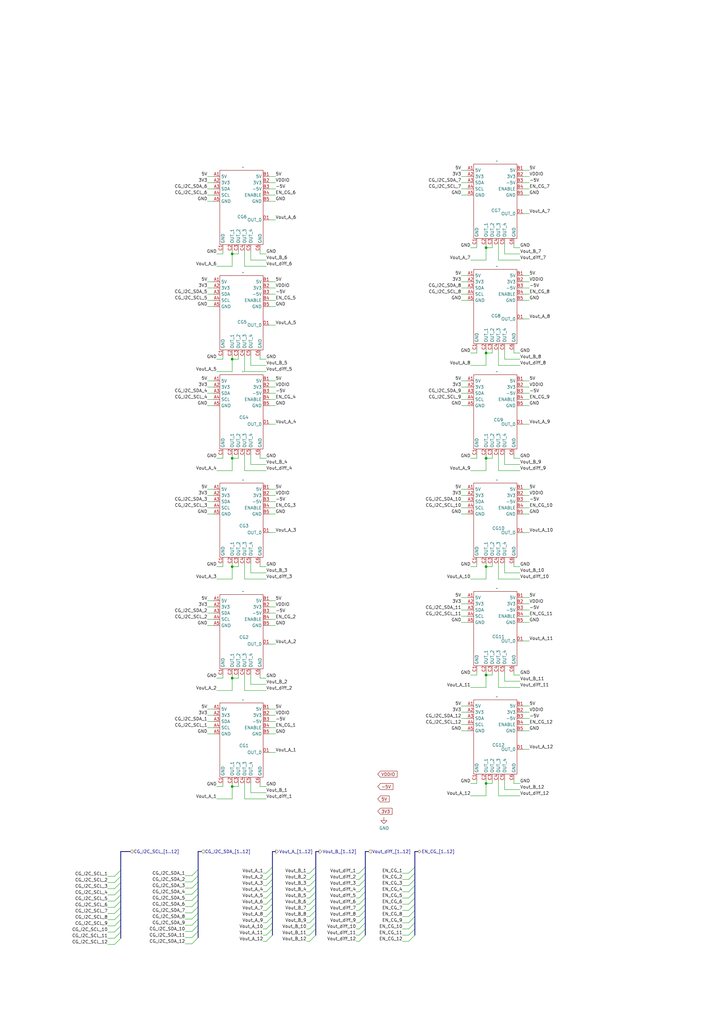
<source format=kicad_sch>
(kicad_sch (version 20250114) (generator "eeschema") (generator_version "9.0")
  (paper "A3" portrait)
  (lib_symbols
    (symbol "cheeps-tb:chewing-gum" (in_bom no)
      (property "Reference" "CG" (at 1.778 31.75 0))
      (symbol "chewing-gum_0_1"
        (rectangle (start 0 30.48) (end 17.78 0))
      )
      (symbol "chewing-gum_1_1"
        (pin bidirectional line (at -2.54 27.94 0) (length 2.54) (name "5V") (number "A1"))
        (pin input line (at -2.54 25.4 0) (length 2.54) (name "3V3") (number "A2"))
        (pin bidirectional line (at -2.54 22.86 0) (length 2.54) (name "SDA") (number "A3"))
        (pin output line (at -2.54 20.32 0) (length 2.54) (name "SCL") (number "A4"))
        (pin output line (at -2.54 17.78 0) (length 2.54) (name "GND") (number "A5"))
        (pin bidirectional line (at 1.27 -2.54 90) (length 2.54) (name "GND") (number "C1"))
        (pin output line (at 5.08 -2.54 90) (length 2.54) (name "OUT_1") (number "C2"))
        (pin output line (at 7.62 -2.54 90) (length 2.54) (name "OUT_2") (number "C3"))
        (pin output line (at 10.16 -2.54 90) (length 2.54) (name "OUT_3") (number "C4"))
        (pin output line (at 12.7 -2.54 90) (length 2.54) (name "OUT_4") (number "C5"))
        (pin bidirectional line (at 16.51 -2.54 90) (length 2.54) (name "GND") (number "C6"))
        (pin input line (at 20.32 27.94 180) (length 2.54) (name "5V") (number "B1"))
        (pin bidirectional line (at 20.32 25.4 180) (length 2.54) (name "3V3") (number "B2"))
        (pin bidirectional line (at 20.32 22.86 180) (length 2.54) (name "-5V") (number "B3"))
        (pin bidirectional line (at 20.32 20.32 180) (length 2.54) (name "ENABLE") (number "B4"))
        (pin input line (at 20.32 17.78 180) (length 2.54) (name "GND") (number "B5"))
        (pin output line (at 20.32 10.16 180) (length 2.54) (name "OUT_0") (number "D1"))
      )
    )
    (symbol "power:GND" (power) (pin_numbers (hide yes)) (pin_names (offset 0) (hide yes))
      (property "Value" "GND" (at 0 -3.81 0))
      (symbol "GND_0_1"
        (polyline (pts (xy 0 0) (xy 0 -1.27) (xy 1.27 -1.27) (xy 0 -2.54) (xy -1.27 -1.27) (xy 0 -1.27)))
      )
      (symbol "GND_1_1"
        (pin power_in line (at 0 0 270) (length 0) (name "~") (number "1"))
      )
    )
  )
  (junction (at 95.25 322.58))
  (junction (at 199.39 144.78))
  (junction (at 199.39 101.6))
  (junction (at 95.25 147.32))
  (junction (at 199.39 321.31))
  (junction (at 95.25 232.41))
  (junction (at 199.39 276.86))
  (junction (at 95.25 278.13))
  (junction (at 199.39 187.96))
  (junction (at 95.25 104.14))
  (junction (at 95.25 187.96))
  (junction (at 199.39 232.41))
  (bus_entry (at 149.86 360.68) (size -2.54 2.54))
  (bus_entry (at 129.54 378.46) (size -2.54 2.54))
  (bus_entry (at 46.99 369.57) (size 2.54 -2.54))
  (bus_entry (at 149.86 375.92) (size -2.54 2.54))
  (bus_entry (at 46.99 359.41) (size 2.54 -2.54))
  (bus_entry (at 129.54 355.6) (size -2.54 2.54))
  (bus_entry (at 111.76 360.68) (size -2.54 2.54))
  (bus_entry (at 167.64 378.46) (size 2.54 -2.54))
  (bus_entry (at 111.76 383.54) (size -2.54 2.54))
  (bus_entry (at 46.99 379.73) (size 2.54 -2.54))
  (bus_entry (at 111.76 373.38) (size -2.54 2.54))
  (bus_entry (at 46.99 372.11) (size 2.54 -2.54))
  (bus_entry (at 129.54 360.68) (size -2.54 2.54))
  (bus_entry (at 129.54 370.84) (size -2.54 2.54))
  (bus_entry (at 149.86 381) (size -2.54 2.54))
  (bus_entry (at 149.86 358.14) (size -2.54 2.54))
  (bus_entry (at 167.64 370.84) (size 2.54 -2.54))
  (bus_entry (at 129.54 375.92) (size -2.54 2.54))
  (bus_entry (at 78.74 369.316) (size 2.54 -2.54))
  (bus_entry (at 111.76 365.76) (size -2.54 2.54))
  (bus_entry (at 46.99 387.35) (size 2.54 -2.54))
  (bus_entry (at 111.76 355.6) (size -2.54 2.54))
  (bus_entry (at 111.76 378.46) (size -2.54 2.54))
  (bus_entry (at 167.64 363.22) (size 2.54 -2.54))
  (bus_entry (at 111.76 375.92) (size -2.54 2.54))
  (bus_entry (at 111.76 381) (size -2.54 2.54))
  (bus_entry (at 78.74 371.856) (size 2.54 -2.54))
  (bus_entry (at 111.76 370.84) (size -2.54 2.54))
  (bus_entry (at 78.74 359.156) (size 2.54 -2.54))
  (bus_entry (at 149.86 363.22) (size -2.54 2.54))
  (bus_entry (at 167.64 375.92) (size 2.54 -2.54))
  (bus_entry (at 129.54 368.3) (size -2.54 2.54))
  (bus_entry (at 111.76 368.3) (size -2.54 2.54))
  (bus_entry (at 167.64 360.68) (size 2.54 -2.54))
  (bus_entry (at 149.86 355.6) (size -2.54 2.54))
  (bus_entry (at 78.74 376.936) (size 2.54 -2.54))
  (bus_entry (at 46.99 361.95) (size 2.54 -2.54))
  (bus_entry (at 149.86 373.38) (size -2.54 2.54))
  (bus_entry (at 78.74 364.236) (size 2.54 -2.54))
  (bus_entry (at 46.99 364.49) (size 2.54 -2.54))
  (bus_entry (at 167.64 383.54) (size 2.54 -2.54))
  (bus_entry (at 46.99 384.81) (size 2.54 -2.54))
  (bus_entry (at 129.54 365.76) (size -2.54 2.54))
  (bus_entry (at 167.64 368.3) (size 2.54 -2.54))
  (bus_entry (at 149.86 370.84) (size -2.54 2.54))
  (bus_entry (at 46.99 367.03) (size 2.54 -2.54))
  (bus_entry (at 46.99 382.27) (size 2.54 -2.54))
  (bus_entry (at 129.54 373.38) (size -2.54 2.54))
  (bus_entry (at 46.99 374.65) (size 2.54 -2.54))
  (bus_entry (at 78.74 379.476) (size 2.54 -2.54))
  (bus_entry (at 78.74 382.016) (size 2.54 -2.54))
  (bus_entry (at 78.74 374.396) (size 2.54 -2.54))
  (bus_entry (at 111.76 363.22) (size -2.54 2.54))
  (bus_entry (at 167.64 386.08) (size 2.54 -2.54))
  (bus_entry (at 149.86 378.46) (size -2.54 2.54))
  (bus_entry (at 78.74 387.096) (size 2.54 -2.54))
  (bus_entry (at 149.86 368.3) (size -2.54 2.54))
  (bus_entry (at 78.74 361.696) (size 2.54 -2.54))
  (bus_entry (at 111.76 358.14) (size -2.54 2.54))
  (bus_entry (at 129.54 358.14) (size -2.54 2.54))
  (bus_entry (at 149.86 365.76) (size -2.54 2.54))
  (bus_entry (at 167.64 365.76) (size 2.54 -2.54))
  (bus_entry (at 167.64 373.38) (size 2.54 -2.54))
  (bus_entry (at 149.86 383.54) (size -2.54 2.54))
  (bus_entry (at 78.74 384.556) (size 2.54 -2.54))
  (bus_entry (at 167.64 381) (size 2.54 -2.54))
  (bus_entry (at 129.54 363.22) (size -2.54 2.54))
  (bus_entry (at 129.54 383.54) (size -2.54 2.54))
  (bus_entry (at 78.74 366.776) (size 2.54 -2.54))
  (bus_entry (at 46.99 377.19) (size 2.54 -2.54))
  (bus_entry (at 167.64 358.14) (size 2.54 -2.54))
  (bus_entry (at 129.54 381) (size -2.54 2.54))
  (bus (pts (xy 111.76 368.3) (xy 111.76 370.84)))
  (wire (pts (xy 106.68 187.96) (xy 106.68 186.69)))
  (wire (pts (xy 165.1 368.3) (xy 167.64 368.3)))
  (wire (pts (xy 207.01 323.85) (xy 213.36 323.85)))
  (wire (pts (xy 100.33 283.21) (xy 109.22 283.21)))
  (wire (pts (xy 95.25 278.13) (xy 97.79 278.13)))
  (wire (pts (xy 44.196 384.81) (xy 46.99 384.81)))
  (wire (pts (xy 85.09 123.19) (xy 87.63 123.19)))
  (wire (pts (xy 146.05 370.84) (xy 147.32 370.84)))
  (wire (pts (xy 199.39 232.41) (xy 201.93 232.41)))
  (wire (pts (xy 199.39 275.59) (xy 199.39 276.86)))
  (wire (pts (xy 125.73 386.08) (xy 127 386.08)))
  (wire (pts (xy 195.58 100.33) (xy 195.58 101.6)))
  (wire (pts (xy 165.1 383.54) (xy 167.64 383.54)))
  (wire (pts (xy 217.17 252.73) (xy 214.63 252.73)))
  (wire (pts (xy 97.79 231.14) (xy 97.79 232.41)))
  (bus (pts (xy 81.28 364.236) (xy 81.28 366.776)))
  (wire (pts (xy 207.01 104.14) (xy 213.36 104.14)))
  (wire (pts (xy 109.22 187.96) (xy 106.68 187.96)))
  (wire (pts (xy 204.47 237.49) (xy 213.36 237.49)))
  (wire (pts (xy 85.09 298.45) (xy 87.63 298.45)))
  (wire (pts (xy 213.36 187.96) (xy 210.82 187.96)))
  (wire (pts (xy 189.23 113.03) (xy 191.77 113.03)))
  (wire (pts (xy 204.47 106.68) (xy 213.36 106.68)))
  (wire (pts (xy 146.05 383.54) (xy 147.32 383.54)))
  (wire (pts (xy 217.17 130.81) (xy 214.63 130.81)))
  (wire (pts (xy 207.01 143.51) (xy 207.01 147.32)))
  (wire (pts (xy 210.82 144.78) (xy 210.82 143.51)))
  (wire (pts (xy 189.23 72.39) (xy 191.77 72.39)))
  (wire (pts (xy 95.25 321.31) (xy 95.25 322.58)))
  (wire (pts (xy 85.09 248.92) (xy 87.63 248.92)))
  (bus (pts (xy 170.18 349.25) (xy 170.18 355.6)))
  (wire (pts (xy 44.196 377.19) (xy 46.99 377.19)))
  (wire (pts (xy 189.23 74.93) (xy 191.77 74.93)))
  (wire (pts (xy 204.47 281.94) (xy 213.36 281.94)))
  (wire (pts (xy 85.09 158.75) (xy 87.63 158.75)))
  (bus (pts (xy 129.54 370.84) (xy 129.54 373.38)))
  (wire (pts (xy 195.58 276.86) (xy 193.04 276.86)))
  (wire (pts (xy 97.79 321.31) (xy 97.79 322.58)))
  (bus (pts (xy 129.54 365.76) (xy 129.54 368.3)))
  (wire (pts (xy 106.68 104.14) (xy 106.68 102.87)))
  (wire (pts (xy 113.03 158.75) (xy 110.49 158.75)))
  (wire (pts (xy 204.47 143.51) (xy 204.47 149.86)))
  (wire (pts (xy 97.79 146.05) (xy 97.79 147.32)))
  (wire (pts (xy 125.73 378.46) (xy 127 378.46)))
  (wire (pts (xy 100.33 231.14) (xy 100.33 237.49)))
  (bus (pts (xy 49.53 349.25) (xy 53.34 349.25)))
  (wire (pts (xy 88.9 237.49) (xy 95.25 237.49)))
  (bus (pts (xy 170.18 381) (xy 170.18 383.54)))
  (bus (pts (xy 81.28 369.316) (xy 81.28 371.856)))
  (bus (pts (xy 149.86 349.25) (xy 151.13 349.25)))
  (wire (pts (xy 217.17 120.65) (xy 214.63 120.65)))
  (bus (pts (xy 49.53 374.65) (xy 49.53 377.19)))
  (wire (pts (xy 75.946 371.856) (xy 78.74 371.856)))
  (wire (pts (xy 100.33 146.05) (xy 100.33 152.4)))
  (wire (pts (xy 199.39 276.86) (xy 201.93 276.86)))
  (wire (pts (xy 91.44 278.13) (xy 88.9 278.13)))
  (wire (pts (xy 107.95 365.76) (xy 109.22 365.76)))
  (wire (pts (xy 217.17 200.66) (xy 214.63 200.66)))
  (wire (pts (xy 201.93 275.59) (xy 201.93 276.86)))
  (wire (pts (xy 75.946 359.156) (xy 78.74 359.156)))
  (wire (pts (xy 165.1 358.14) (xy 167.64 358.14)))
  (bus (pts (xy 130.81 349.25) (xy 129.54 349.25)))
  (wire (pts (xy 217.17 208.28) (xy 214.63 208.28)))
  (wire (pts (xy 85.09 156.21) (xy 87.63 156.21)))
  (wire (pts (xy 189.23 255.27) (xy 191.77 255.27)))
  (wire (pts (xy 102.87 325.12) (xy 109.22 325.12)))
  (wire (pts (xy 217.17 166.37) (xy 214.63 166.37)))
  (wire (pts (xy 165.1 381) (xy 167.64 381)))
  (wire (pts (xy 165.1 360.68) (xy 167.64 360.68)))
  (wire (pts (xy 165.1 365.76) (xy 167.64 365.76)))
  (wire (pts (xy 207.01 100.33) (xy 207.01 104.14)))
  (wire (pts (xy 189.23 289.56) (xy 191.77 289.56)))
  (wire (pts (xy 85.09 200.66) (xy 87.63 200.66)))
  (bus (pts (xy 49.53 364.49) (xy 49.53 367.03)))
  (wire (pts (xy 95.25 231.14) (xy 95.25 232.41)))
  (bus (pts (xy 129.54 375.92) (xy 129.54 378.46)))
  (wire (pts (xy 95.25 276.86) (xy 95.25 278.13)))
  (bus (pts (xy 111.76 381) (xy 111.76 383.54)))
  (wire (pts (xy 113.03 115.57) (xy 110.49 115.57)))
  (wire (pts (xy 146.05 381) (xy 147.32 381)))
  (wire (pts (xy 165.1 378.46) (xy 167.64 378.46)))
  (wire (pts (xy 113.03 308.61) (xy 110.49 308.61)))
  (wire (pts (xy 204.47 193.04) (xy 213.36 193.04)))
  (bus (pts (xy 129.54 373.38) (xy 129.54 375.92)))
  (wire (pts (xy 217.17 203.2) (xy 214.63 203.2)))
  (wire (pts (xy 113.03 251.46) (xy 110.49 251.46)))
  (wire (pts (xy 189.23 77.47) (xy 191.77 77.47)))
  (wire (pts (xy 107.95 368.3) (xy 109.22 368.3)))
  (wire (pts (xy 106.68 278.13) (xy 106.68 276.86)))
  (bus (pts (xy 149.86 378.46) (xy 149.86 381)))
  (wire (pts (xy 113.03 118.11) (xy 110.49 118.11)))
  (wire (pts (xy 217.17 205.74) (xy 214.63 205.74)))
  (wire (pts (xy 75.946 382.016) (xy 78.74 382.016)))
  (wire (pts (xy 44.196 379.73) (xy 46.99 379.73)))
  (wire (pts (xy 195.58 275.59) (xy 195.58 276.86)))
  (wire (pts (xy 91.44 147.32) (xy 88.9 147.32)))
  (wire (pts (xy 165.1 363.22) (xy 167.64 363.22)))
  (wire (pts (xy 217.17 69.85) (xy 214.63 69.85)))
  (wire (pts (xy 146.05 378.46) (xy 147.32 378.46)))
  (wire (pts (xy 85.09 118.11) (xy 87.63 118.11)))
  (wire (pts (xy 102.87 149.86) (xy 109.22 149.86)))
  (wire (pts (xy 189.23 252.73) (xy 191.77 252.73)))
  (wire (pts (xy 125.73 365.76) (xy 127 365.76)))
  (wire (pts (xy 189.23 158.75) (xy 191.77 158.75)))
  (bus (pts (xy 49.53 361.95) (xy 49.53 364.49)))
  (bus (pts (xy 49.53 367.03) (xy 49.53 369.57)))
  (wire (pts (xy 88.9 109.22) (xy 95.25 109.22)))
  (bus (pts (xy 170.18 373.38) (xy 170.18 375.92)))
  (wire (pts (xy 85.09 120.65) (xy 87.63 120.65)))
  (wire (pts (xy 189.23 297.18) (xy 191.77 297.18)))
  (wire (pts (xy 146.05 386.08) (xy 147.32 386.08)))
  (wire (pts (xy 189.23 247.65) (xy 191.77 247.65)))
  (wire (pts (xy 201.93 100.33) (xy 201.93 101.6)))
  (wire (pts (xy 146.05 360.68) (xy 147.32 360.68)))
  (wire (pts (xy 195.58 187.96) (xy 193.04 187.96)))
  (wire (pts (xy 91.44 231.14) (xy 91.44 232.41)))
  (wire (pts (xy 217.17 74.93) (xy 214.63 74.93)))
  (wire (pts (xy 165.1 373.38) (xy 167.64 373.38)))
  (wire (pts (xy 85.09 115.57) (xy 87.63 115.57)))
  (wire (pts (xy 207.01 186.69) (xy 207.01 190.5)))
  (wire (pts (xy 125.73 373.38) (xy 127 373.38)))
  (wire (pts (xy 204.47 320.04) (xy 204.47 326.39)))
  (wire (pts (xy 125.73 370.84) (xy 127 370.84)))
  (wire (pts (xy 199.39 281.94) (xy 199.39 276.86)))
  (wire (pts (xy 97.79 186.69) (xy 97.79 187.96)))
  (wire (pts (xy 100.33 193.04) (xy 109.22 193.04)))
  (wire (pts (xy 199.39 193.04) (xy 199.39 187.96)))
  (wire (pts (xy 217.17 118.11) (xy 214.63 118.11)))
  (wire (pts (xy 210.82 187.96) (xy 210.82 186.69)))
  (bus (pts (xy 149.86 381) (xy 149.86 383.54)))
  (bus (pts (xy 49.53 379.73) (xy 49.53 382.27)))
  (wire (pts (xy 113.03 82.55) (xy 110.49 82.55)))
  (wire (pts (xy 113.03 90.17) (xy 110.49 90.17)))
  (wire (pts (xy 113.03 210.82) (xy 110.49 210.82)))
  (bus (pts (xy 170.18 365.76) (xy 170.18 368.3)))
  (wire (pts (xy 165.1 386.08) (xy 167.64 386.08)))
  (wire (pts (xy 193.04 149.86) (xy 199.39 149.86)))
  (wire (pts (xy 189.23 156.21) (xy 191.77 156.21)))
  (wire (pts (xy 85.09 161.29) (xy 87.63 161.29)))
  (wire (pts (xy 217.17 72.39) (xy 214.63 72.39)))
  (wire (pts (xy 85.09 290.83) (xy 87.63 290.83)))
  (wire (pts (xy 165.1 370.84) (xy 167.64 370.84)))
  (wire (pts (xy 195.58 143.51) (xy 195.58 144.78)))
  (wire (pts (xy 75.946 379.476) (xy 78.74 379.476)))
  (wire (pts (xy 107.95 358.14) (xy 109.22 358.14)))
  (wire (pts (xy 217.17 161.29) (xy 214.63 161.29)))
  (wire (pts (xy 85.09 72.39) (xy 87.63 72.39)))
  (bus (pts (xy 149.86 368.3) (xy 149.86 370.84)))
  (bus (pts (xy 49.53 382.27) (xy 49.53 384.81)))
  (bus (pts (xy 170.18 360.68) (xy 170.18 363.22)))
  (wire (pts (xy 107.95 375.92) (xy 109.22 375.92)))
  (bus (pts (xy 129.54 381) (xy 129.54 383.54)))
  (bus (pts (xy 129.54 355.6) (xy 129.54 358.14)))
  (wire (pts (xy 113.03 120.65) (xy 110.49 120.65)))
  (bus (pts (xy 81.28 374.396) (xy 81.28 376.936)))
  (wire (pts (xy 113.03 248.92) (xy 110.49 248.92)))
  (wire (pts (xy 217.17 115.57) (xy 214.63 115.57)))
  (wire (pts (xy 44.196 361.95) (xy 46.99 361.95)))
  (wire (pts (xy 113.03 133.35) (xy 110.49 133.35)))
  (bus (pts (xy 113.03 349.25) (xy 111.76 349.25)))
  (bus (pts (xy 111.76 370.84) (xy 111.76 373.38)))
  (wire (pts (xy 85.09 246.38) (xy 87.63 246.38)))
  (wire (pts (xy 113.03 166.37) (xy 110.49 166.37)))
  (wire (pts (xy 113.03 264.16) (xy 110.49 264.16)))
  (wire (pts (xy 113.03 123.19) (xy 110.49 123.19)))
  (wire (pts (xy 88.9 152.4) (xy 95.25 152.4)))
  (wire (pts (xy 95.25 237.49) (xy 95.25 232.41)))
  (bus (pts (xy 170.18 378.46) (xy 170.18 381)))
  (wire (pts (xy 195.58 320.04) (xy 195.58 321.31)))
  (wire (pts (xy 217.17 294.64) (xy 214.63 294.64)))
  (wire (pts (xy 217.17 245.11) (xy 214.63 245.11)))
  (wire (pts (xy 199.39 326.39) (xy 199.39 321.31)))
  (wire (pts (xy 44.196 359.41) (xy 46.99 359.41)))
  (wire (pts (xy 107.95 383.54) (xy 109.22 383.54)))
  (bus (pts (xy 81.28 356.616) (xy 81.28 359.156)))
  (bus (pts (xy 111.76 373.38) (xy 111.76 375.92)))
  (wire (pts (xy 201.93 320.04) (xy 201.93 321.31)))
  (wire (pts (xy 95.25 193.04) (xy 95.25 187.96)))
  (bus (pts (xy 111.76 363.22) (xy 111.76 365.76)))
  (wire (pts (xy 199.39 106.68) (xy 199.39 101.6)))
  (wire (pts (xy 195.58 186.69) (xy 195.58 187.96)))
  (wire (pts (xy 85.09 74.93) (xy 87.63 74.93)))
  (bus (pts (xy 149.86 360.68) (xy 149.86 363.22)))
  (bus (pts (xy 170.18 370.84) (xy 170.18 373.38)))
  (wire (pts (xy 85.09 251.46) (xy 87.63 251.46)))
  (wire (pts (xy 44.196 367.03) (xy 46.99 367.03)))
  (wire (pts (xy 207.01 320.04) (xy 207.01 323.85)))
  (wire (pts (xy 107.95 370.84) (xy 109.22 370.84)))
  (wire (pts (xy 102.87 321.31) (xy 102.87 325.12)))
  (wire (pts (xy 213.36 144.78) (xy 210.82 144.78)))
  (wire (pts (xy 146.05 373.38) (xy 147.32 373.38)))
  (bus (pts (xy 81.28 371.856) (xy 81.28 374.396)))
  (wire (pts (xy 91.44 186.69) (xy 91.44 187.96)))
  (wire (pts (xy 189.23 166.37) (xy 191.77 166.37)))
  (wire (pts (xy 95.25 146.05) (xy 95.25 147.32)))
  (wire (pts (xy 201.93 186.69) (xy 201.93 187.96)))
  (wire (pts (xy 113.03 72.39) (xy 110.49 72.39)))
  (wire (pts (xy 75.946 376.936) (xy 78.74 376.936)))
  (wire (pts (xy 146.05 375.92) (xy 147.32 375.92)))
  (wire (pts (xy 189.23 118.11) (xy 191.77 118.11)))
  (wire (pts (xy 102.87 146.05) (xy 102.87 149.86)))
  (wire (pts (xy 95.25 186.69) (xy 95.25 187.96)))
  (wire (pts (xy 195.58 101.6) (xy 193.04 101.6)))
  (wire (pts (xy 85.09 295.91) (xy 87.63 295.91)))
  (wire (pts (xy 91.44 322.58) (xy 88.9 322.58)))
  (wire (pts (xy 201.93 143.51) (xy 201.93 144.78)))
  (wire (pts (xy 91.44 146.05) (xy 91.44 147.32)))
  (bus (pts (xy 170.18 363.22) (xy 170.18 365.76)))
  (wire (pts (xy 75.946 369.316) (xy 78.74 369.316)))
  (wire (pts (xy 97.79 102.87) (xy 97.79 104.14)))
  (wire (pts (xy 217.17 292.1) (xy 214.63 292.1)))
  (bus (pts (xy 49.53 377.19) (xy 49.53 379.73)))
  (wire (pts (xy 217.17 247.65) (xy 214.63 247.65)))
  (bus (pts (xy 111.76 358.14) (xy 111.76 360.68)))
  (wire (pts (xy 217.17 262.89) (xy 214.63 262.89)))
  (wire (pts (xy 85.09 163.83) (xy 87.63 163.83)))
  (wire (pts (xy 189.23 200.66) (xy 191.77 200.66)))
  (bus (pts (xy 81.28 379.476) (xy 81.28 382.016)))
  (wire (pts (xy 217.17 113.03) (xy 214.63 113.03)))
  (wire (pts (xy 193.04 106.68) (xy 199.39 106.68)))
  (bus (pts (xy 111.76 349.25) (xy 111.76 355.6)))
  (wire (pts (xy 199.39 101.6) (xy 201.93 101.6)))
  (bus (pts (xy 129.54 358.14) (xy 129.54 360.68)))
  (wire (pts (xy 106.68 147.32) (xy 106.68 146.05)))
  (wire (pts (xy 95.25 322.58) (xy 97.79 322.58)))
  (bus (pts (xy 111.76 378.46) (xy 111.76 381)))
  (wire (pts (xy 75.946 361.696) (xy 78.74 361.696)))
  (wire (pts (xy 107.95 381) (xy 109.22 381)))
  (wire (pts (xy 189.23 250.19) (xy 191.77 250.19)))
  (wire (pts (xy 113.03 205.74) (xy 110.49 205.74)))
  (bus (pts (xy 170.18 358.14) (xy 170.18 360.68)))
  (wire (pts (xy 217.17 87.63) (xy 214.63 87.63)))
  (wire (pts (xy 85.09 256.54) (xy 87.63 256.54)))
  (wire (pts (xy 107.95 373.38) (xy 109.22 373.38)))
  (wire (pts (xy 204.47 149.86) (xy 213.36 149.86)))
  (bus (pts (xy 81.28 349.25) (xy 81.28 356.616)))
  (wire (pts (xy 195.58 321.31) (xy 193.04 321.31)))
  (wire (pts (xy 146.05 365.76) (xy 147.32 365.76)))
  (wire (pts (xy 189.23 208.28) (xy 191.77 208.28)))
  (wire (pts (xy 213.36 101.6) (xy 210.82 101.6)))
  (wire (pts (xy 91.44 104.14) (xy 88.9 104.14)))
  (wire (pts (xy 44.196 387.35) (xy 46.99 387.35)))
  (wire (pts (xy 95.25 147.32) (xy 97.79 147.32)))
  (bus (pts (xy 129.54 360.68) (xy 129.54 363.22)))
  (wire (pts (xy 85.09 203.2) (xy 87.63 203.2)))
  (wire (pts (xy 165.1 375.92) (xy 167.64 375.92)))
  (wire (pts (xy 146.05 358.14) (xy 147.32 358.14)))
  (wire (pts (xy 217.17 123.19) (xy 214.63 123.19)))
  (wire (pts (xy 210.82 101.6) (xy 210.82 100.33)))
  (wire (pts (xy 199.39 100.33) (xy 199.39 101.6)))
  (wire (pts (xy 95.25 232.41) (xy 97.79 232.41)))
  (wire (pts (xy 189.23 203.2) (xy 191.77 203.2)))
  (bus (pts (xy 129.54 368.3) (xy 129.54 370.84)))
  (wire (pts (xy 85.09 300.99) (xy 87.63 300.99)))
  (wire (pts (xy 189.23 163.83) (xy 191.77 163.83)))
  (wire (pts (xy 217.17 297.18) (xy 214.63 297.18)))
  (bus (pts (xy 149.86 358.14) (xy 149.86 360.68)))
  (bus (pts (xy 170.18 375.92) (xy 170.18 378.46)))
  (wire (pts (xy 217.17 80.01) (xy 214.63 80.01)))
  (wire (pts (xy 189.23 245.11) (xy 191.77 245.11)))
  (wire (pts (xy 199.39 144.78) (xy 201.93 144.78)))
  (wire (pts (xy 100.33 321.31) (xy 100.33 327.66)))
  (wire (pts (xy 102.87 234.95) (xy 109.22 234.95)))
  (wire (pts (xy 189.23 299.72) (xy 191.77 299.72)))
  (wire (pts (xy 95.25 187.96) (xy 97.79 187.96)))
  (wire (pts (xy 199.39 321.31) (xy 201.93 321.31)))
  (wire (pts (xy 100.33 186.69) (xy 100.33 193.04)))
  (wire (pts (xy 189.23 123.19) (xy 191.77 123.19)))
  (wire (pts (xy 204.47 100.33) (xy 204.47 106.68)))
  (wire (pts (xy 217.17 255.27) (xy 214.63 255.27)))
  (wire (pts (xy 146.05 368.3) (xy 147.32 368.3)))
  (bus (pts (xy 129.54 378.46) (xy 129.54 381)))
  (bus (pts (xy 81.28 359.156) (xy 81.28 361.696)))
  (wire (pts (xy 195.58 232.41) (xy 193.04 232.41)))
  (wire (pts (xy 75.946 387.096) (xy 78.74 387.096)))
  (wire (pts (xy 109.22 104.14) (xy 106.68 104.14)))
  (bus (pts (xy 111.76 375.92) (xy 111.76 378.46)))
  (wire (pts (xy 204.47 326.39) (xy 213.36 326.39)))
  (wire (pts (xy 91.44 232.41) (xy 88.9 232.41)))
  (wire (pts (xy 217.17 210.82) (xy 214.63 210.82)))
  (bus (pts (xy 170.18 368.3) (xy 170.18 370.84)))
  (wire (pts (xy 102.87 231.14) (xy 102.87 234.95)))
  (wire (pts (xy 85.09 77.47) (xy 87.63 77.47)))
  (wire (pts (xy 91.44 321.31) (xy 91.44 322.58)))
  (wire (pts (xy 204.47 231.14) (xy 204.47 237.49)))
  (wire (pts (xy 113.03 80.01) (xy 110.49 80.01)))
  (wire (pts (xy 107.95 363.22) (xy 109.22 363.22)))
  (wire (pts (xy 199.39 149.86) (xy 199.39 144.78)))
  (wire (pts (xy 125.73 375.92) (xy 127 375.92)))
  (wire (pts (xy 217.17 77.47) (xy 214.63 77.47)))
  (wire (pts (xy 213.36 321.31) (xy 210.82 321.31)))
  (wire (pts (xy 102.87 280.67) (xy 109.22 280.67)))
  (wire (pts (xy 199.39 187.96) (xy 201.93 187.96)))
  (wire (pts (xy 113.03 300.99) (xy 110.49 300.99)))
  (bus (pts (xy 129.54 363.22) (xy 129.54 365.76)))
  (wire (pts (xy 217.17 289.56) (xy 214.63 289.56)))
  (wire (pts (xy 217.17 158.75) (xy 214.63 158.75)))
  (wire (pts (xy 109.22 147.32) (xy 106.68 147.32)))
  (wire (pts (xy 217.17 250.19) (xy 214.63 250.19)))
  (bus (pts (xy 81.28 382.016) (xy 81.28 384.556)))
  (wire (pts (xy 210.82 276.86) (xy 210.82 275.59)))
  (wire (pts (xy 193.04 237.49) (xy 199.39 237.49)))
  (wire (pts (xy 100.33 109.22) (xy 109.22 109.22)))
  (wire (pts (xy 100.33 237.49) (xy 109.22 237.49)))
  (wire (pts (xy 88.9 327.66) (xy 95.25 327.66)))
  (wire (pts (xy 207.01 190.5) (xy 213.36 190.5)))
  (wire (pts (xy 204.47 275.59) (xy 204.47 281.94)))
  (wire (pts (xy 113.03 295.91) (xy 110.49 295.91)))
  (bus (pts (xy 129.54 349.25) (xy 129.54 355.6)))
  (wire (pts (xy 106.68 322.58) (xy 106.68 321.31)))
  (bus (pts (xy 149.86 375.92) (xy 149.86 378.46)))
  (wire (pts (xy 91.44 102.87) (xy 91.44 104.14)))
  (wire (pts (xy 195.58 144.78) (xy 193.04 144.78)))
  (wire (pts (xy 193.04 281.94) (xy 199.39 281.94)))
  (bus (pts (xy 81.28 361.696) (xy 81.28 364.236)))
  (wire (pts (xy 100.33 276.86) (xy 100.33 283.21)))
  (wire (pts (xy 75.946 364.236) (xy 78.74 364.236)))
  (wire (pts (xy 102.87 186.69) (xy 102.87 190.5)))
  (bus (pts (xy 111.76 365.76) (xy 111.76 368.3)))
  (bus (pts (xy 149.86 365.76) (xy 149.86 368.3)))
  (wire (pts (xy 85.09 82.55) (xy 87.63 82.55)))
  (wire (pts (xy 95.25 109.22) (xy 95.25 104.14)))
  (wire (pts (xy 210.82 232.41) (xy 210.82 231.14)))
  (wire (pts (xy 91.44 276.86) (xy 91.44 278.13)))
  (wire (pts (xy 113.03 156.21) (xy 110.49 156.21)))
  (bus (pts (xy 149.86 373.38) (xy 149.86 375.92)))
  (wire (pts (xy 95.25 102.87) (xy 95.25 104.14)))
  (wire (pts (xy 113.03 256.54) (xy 110.49 256.54)))
  (bus (pts (xy 111.76 360.68) (xy 111.76 363.22)))
  (wire (pts (xy 102.87 106.68) (xy 109.22 106.68)))
  (wire (pts (xy 75.946 366.776) (xy 78.74 366.776)))
  (wire (pts (xy 189.23 205.74) (xy 191.77 205.74)))
  (wire (pts (xy 113.03 161.29) (xy 110.49 161.29)))
  (wire (pts (xy 91.44 187.96) (xy 88.9 187.96)))
  (wire (pts (xy 217.17 299.72) (xy 214.63 299.72)))
  (wire (pts (xy 113.03 200.66) (xy 110.49 200.66)))
  (wire (pts (xy 217.17 156.21) (xy 214.63 156.21)))
  (wire (pts (xy 100.33 102.87) (xy 100.33 109.22)))
  (wire (pts (xy 106.68 232.41) (xy 106.68 231.14)))
  (wire (pts (xy 213.36 232.41) (xy 210.82 232.41)))
  (wire (pts (xy 85.09 80.01) (xy 87.63 80.01)))
  (bus (pts (xy 149.86 363.22) (xy 149.86 365.76)))
  (wire (pts (xy 189.23 210.82) (xy 191.77 210.82)))
  (wire (pts (xy 189.23 69.85) (xy 191.77 69.85)))
  (bus (pts (xy 170.18 355.6) (xy 170.18 358.14)))
  (wire (pts (xy 207.01 234.95) (xy 213.36 234.95)))
  (wire (pts (xy 189.23 294.64) (xy 191.77 294.64)))
  (wire (pts (xy 85.09 210.82) (xy 87.63 210.82)))
  (wire (pts (xy 113.03 298.45) (xy 110.49 298.45)))
  (wire (pts (xy 44.196 374.65) (xy 46.99 374.65)))
  (wire (pts (xy 210.82 321.31) (xy 210.82 320.04)))
  (wire (pts (xy 189.23 161.29) (xy 191.77 161.29)))
  (wire (pts (xy 113.03 163.83) (xy 110.49 163.83)))
  (wire (pts (xy 107.95 378.46) (xy 109.22 378.46)))
  (wire (pts (xy 113.03 293.37) (xy 110.49 293.37)))
  (bus (pts (xy 49.53 356.87) (xy 49.53 359.41)))
  (wire (pts (xy 195.58 231.14) (xy 195.58 232.41)))
  (wire (pts (xy 189.23 80.01) (xy 191.77 80.01)))
  (bus (pts (xy 149.86 349.25) (xy 149.86 355.6)))
  (wire (pts (xy 193.04 193.04) (xy 199.39 193.04)))
  (wire (pts (xy 109.22 278.13) (xy 106.68 278.13)))
  (bus (pts (xy 49.53 372.11) (xy 49.53 374.65)))
  (wire (pts (xy 95.25 283.21) (xy 95.25 278.13)))
  (wire (pts (xy 44.196 369.57) (xy 46.99 369.57)))
  (wire (pts (xy 85.09 205.74) (xy 87.63 205.74)))
  (wire (pts (xy 189.23 115.57) (xy 191.77 115.57)))
  (wire (pts (xy 217.17 218.44) (xy 214.63 218.44)))
  (wire (pts (xy 102.87 276.86) (xy 102.87 280.67)))
  (wire (pts (xy 199.39 186.69) (xy 199.39 187.96)))
  (wire (pts (xy 199.39 237.49) (xy 199.39 232.41)))
  (wire (pts (xy 207.01 231.14) (xy 207.01 234.95)))
  (bus (pts (xy 149.86 355.6) (xy 149.86 358.14)))
  (bus (pts (xy 81.28 366.776) (xy 81.28 369.316)))
  (bus (pts (xy 49.53 369.57) (xy 49.53 372.11)))
  (wire (pts (xy 85.09 208.28) (xy 87.63 208.28)))
  (wire (pts (xy 125.73 363.22) (xy 127 363.22)))
  (wire (pts (xy 109.22 232.41) (xy 106.68 232.41)))
  (wire (pts (xy 113.03 173.99) (xy 110.49 173.99)))
  (wire (pts (xy 113.03 77.47) (xy 110.49 77.47)))
  (wire (pts (xy 113.03 74.93) (xy 110.49 74.93)))
  (wire (pts (xy 146.05 363.22) (xy 147.32 363.22)))
  (wire (pts (xy 201.93 231.14) (xy 201.93 232.41)))
  (wire (pts (xy 100.33 152.4) (xy 109.22 152.4)))
  (wire (pts (xy 113.03 203.2) (xy 110.49 203.2)))
  (wire (pts (xy 199.39 143.51) (xy 199.39 144.78)))
  (wire (pts (xy 113.03 125.73) (xy 110.49 125.73)))
  (wire (pts (xy 44.196 372.11) (xy 46.99 372.11)))
  (wire (pts (xy 207.01 147.32) (xy 213.36 147.32)))
  (wire (pts (xy 207.01 279.4) (xy 213.36 279.4)))
  (wire (pts (xy 102.87 190.5) (xy 109.22 190.5)))
  (wire (pts (xy 213.36 276.86) (xy 210.82 276.86)))
  (wire (pts (xy 207.01 275.59) (xy 207.01 279.4)))
  (wire (pts (xy 113.03 254) (xy 110.49 254)))
  (wire (pts (xy 95.25 152.4) (xy 95.25 147.32)))
  (wire (pts (xy 199.39 231.14) (xy 199.39 232.41)))
  (wire (pts (xy 97.79 276.86) (xy 97.79 278.13)))
  (wire (pts (xy 125.73 360.68) (xy 127 360.68)))
  (bus (pts (xy 111.76 355.6) (xy 111.76 358.14)))
  (wire (pts (xy 125.73 358.14) (xy 127 358.14)))
  (wire (pts (xy 107.95 386.08) (xy 109.22 386.08)))
  (wire (pts (xy 75.946 374.396) (xy 78.74 374.396)))
  (wire (pts (xy 102.87 102.87) (xy 102.87 106.68)))
  (wire (pts (xy 189.23 120.65) (xy 191.77 120.65)))
  (wire (pts (xy 113.03 218.44) (xy 110.49 218.44)))
  (bus (pts (xy 149.86 370.84) (xy 149.86 373.38)))
  (wire (pts (xy 109.22 322.58) (xy 106.68 322.58)))
  (wire (pts (xy 44.196 364.49) (xy 46.99 364.49)))
  (bus (pts (xy 82.55 349.25) (xy 81.28 349.25)))
  (wire (pts (xy 217.17 163.83) (xy 214.63 163.83)))
  (wire (pts (xy 85.09 254) (xy 87.63 254)))
  (wire (pts (xy 95.25 104.14) (xy 97.79 104.14)))
  (wire (pts (xy 85.09 166.37) (xy 87.63 166.37)))
  (wire (pts (xy 189.23 292.1) (xy 191.77 292.1)))
  (wire (pts (xy 125.73 383.54) (xy 127 383.54)))
  (bus (pts (xy 171.45 349.25) (xy 170.18 349.25)))
  (bus (pts (xy 81.28 376.936) (xy 81.28 379.476)))
  (wire (pts (xy 88.9 283.21) (xy 95.25 283.21)))
  (wire (pts (xy 75.946 384.556) (xy 78.74 384.556)))
  (wire (pts (xy 113.03 208.28) (xy 110.49 208.28)))
  (wire (pts (xy 95.25 327.66) (xy 95.25 322.58)))
  (wire (pts (xy 199.39 320.04) (xy 199.39 321.31)))
  (wire (pts (xy 85.09 293.37) (xy 87.63 293.37)))
  (wire (pts (xy 125.73 368.3) (xy 127 368.3)))
  (wire (pts (xy 217.17 173.99) (xy 214.63 173.99)))
  (wire (pts (xy 113.03 246.38) (xy 110.49 246.38)))
  (wire (pts (xy 193.04 326.39) (xy 199.39 326.39)))
  (wire (pts (xy 204.47 186.69) (xy 204.47 193.04)))
  (wire (pts (xy 125.73 381) (xy 127 381)))
  (wire (pts (xy 107.95 360.68) (xy 109.22 360.68)))
  (wire (pts (xy 85.09 125.73) (xy 87.63 125.73)))
  (bus (pts (xy 49.53 349.25) (xy 49.53 356.87)))
  (wire (pts (xy 88.9 193.04) (xy 95.25 193.04)))
  (wire (pts (xy 100.33 327.66) (xy 109.22 327.66)))
  (wire (pts (xy 44.196 382.27) (xy 46.99 382.27)))
  (bus (pts (xy 49.53 359.41) (xy 49.53 361.95)))
  (wire (pts (xy 217.17 307.34) (xy 214.63 307.34)))
  (wire (pts (xy 113.03 290.83) (xy 110.49 290.83)))
  (label "CG_I2C_SDA_5" (at 75.946 369.316 180))
  (label "-5V" (at 217.17 250.19 0))
  (label "-5V" (at 217.17 74.93 0))
  (label "GND" (at 189.23 80.01 180))
  (label "CG_I2C_SDA_10" (at 75.946 382.016 180))
  (label "Vout_A_6" (at 88.9 109.22 180))
  (label "CG_I2C_SCL_2" (at 85.09 254 180))
  (label "EN_CG_6" (at 165.1 370.84 180))
  (label "5V" (at 85.09 200.66 180))
  (label "GND" (at 189.23 255.27 180))
  (label "5V" (at 217.17 156.21 0))
  (label "3V3" (at 85.09 293.37 180))
  (label "Vout_A_4" (at 107.95 365.76 180))
  (label "Vout_B_6" (at 109.22 106.68 0))
  (label "GND" (at 193.04 187.96 180))
  (label "CG_I2C_SCL_1" (at 44.196 359.41 180))
  (label "Vout_diff_6" (at 146.05 370.84 180))
  (label "3V3" (at 85.09 158.75 180))
  (label "VDDIO" (at 113.03 248.92 0))
  (label "Vout_A_8" (at 107.95 375.92 180))
  (label "CG_I2C_SCL_6" (at 44.196 372.11 180))
  (label "CG_I2C_SCL_7" (at 189.23 77.47 180))
  (label "GND" (at 113.03 256.54 0))
  (label "Vout_A_5" (at 88.9 152.4 180))
  (label "VDDIO" (at 217.17 247.65 0))
  (label "GND" (at 109.22 187.96 0))
  (label "GND" (at 85.09 300.99 180))
  (label "GND" (at 189.23 123.19 180))
  (label "Vout_B_1" (at 125.73 358.14 180))
  (label "CG_I2C_SCL_5" (at 85.09 123.19 180))
  (label "Vout_B_3" (at 109.22 234.95 0))
  (label "Vout_B_6" (at 125.73 370.84 180))
  (label "Vout_diff_4" (at 109.22 193.04 0))
  (label "3V3" (at 85.09 74.93 180))
  (label "Vout_B_10" (at 213.36 234.95 0))
  (label "CG_I2C_SDA_4" (at 75.946 366.776 180))
  (label "-5V" (at 113.03 77.47 0))
  (label "CG_I2C_SCL_2" (at 44.196 361.95 180))
  (label "Vout_B_12" (at 125.73 386.08 180))
  (label "Vout_A_12" (at 217.17 307.34 0))
  (label "Vout_diff_8" (at 146.05 375.92 180))
  (label "GND" (at 189.23 299.72 180))
  (label "Vout_diff_11" (at 146.05 383.54 180))
  (label "-5V" (at 217.17 161.29 0))
  (label "EN_CG_11" (at 217.17 252.73 0))
  (label "Vout_diff_5" (at 146.05 368.3 180))
  (label "5V" (at 85.09 246.38 180))
  (label "EN_CG_2" (at 113.03 254 0))
  (label "-5V" (at 113.03 295.91 0))
  (label "5V" (at 113.03 72.39 0))
  (label "3V3" (at 189.23 203.2 180))
  (label "5V" (at 113.03 156.21 0))
  (label "CG_I2C_SDA_9" (at 189.23 161.29 180))
  (label "Vout_A_6" (at 113.03 90.17 0))
  (label "Vout_A_3" (at 88.9 237.49 180))
  (label "CG_I2C_SCL_4" (at 44.196 367.03 180))
  (label "Vout_B_3" (at 125.73 363.22 180))
  (label "EN_CG_3" (at 113.03 208.28 0))
  (label "EN_CG_10" (at 217.17 208.28 0))
  (label "GND" (at 189.23 166.37 180))
  (label "Vout_A_2" (at 113.03 264.16 0))
  (label "GND" (at 217.17 210.82 0))
  (label "VDDIO" (at 113.03 118.11 0))
  (label "CG_I2C_SDA_8" (at 75.946 376.936 180))
  (label "Vout_A_9" (at 217.17 173.99 0))
  (label "EN_CG_2" (at 165.1 360.68 180))
  (label "Vout_B_11" (at 213.36 279.4 0))
  (label "Vout_A_6" (at 107.95 370.84 180))
  (label "EN_CG_5" (at 165.1 368.3 180))
  (label "5V" (at 189.23 245.11 180))
  (label "Vout_diff_1" (at 146.05 358.14 180))
  (label "VDDIO" (at 113.03 74.93 0))
  (label "CG_I2C_SDA_12" (at 189.23 294.64 180))
  (label "5V" (at 85.09 115.57 180))
  (label "EN_CG_4" (at 165.1 365.76 180))
  (label "GND" (at 217.17 255.27 0))
  (label "CG_I2C_SCL_3" (at 85.09 208.28 180))
  (label "VDDIO" (at 113.03 203.2 0))
  (label "GND" (at 113.03 166.37 0))
  (label "EN_CG_11" (at 165.1 383.54 180))
  (label "VDDIO" (at 217.17 292.1 0))
  (label "Vout_B_10" (at 125.73 381 180))
  (label "Vout_B_5" (at 125.73 368.3 180))
  (label "3V3" (at 189.23 115.57 180))
  (label "GND" (at 88.9 278.13 180))
  (label "Vout_A_2" (at 107.95 360.68 180))
  (label "Vout_A_11" (at 193.04 281.94 180))
  (label "Vout_diff_6" (at 109.22 109.22 0))
  (label "5V" (at 217.17 245.11 0))
  (label "Vout_diff_2" (at 109.22 283.21 0))
  (label "CG_I2C_SDA_6" (at 85.09 77.47 180))
  (label "Vout_B_5" (at 109.22 149.86 0))
  (label "CG_I2C_SCL_12" (at 44.196 387.35 180))
  (label "Vout_diff_12" (at 213.36 326.39 0))
  (label "CG_I2C_SDA_1" (at 85.09 295.91 180))
  (label "Vout_diff_9" (at 213.36 193.04 0))
  (label "GND" (at 193.04 321.31 180))
  (label "Vout_A_2" (at 88.9 283.21 180))
  (label "5V" (at 217.17 200.66 0))
  (label "GND" (at 88.9 232.41 180))
  (label "Vout_A_4" (at 113.03 173.99 0))
  (label "GND" (at 213.36 144.78 0))
  (label "EN_CG_9" (at 165.1 378.46 180))
  (label "VDDIO" (at 217.17 158.75 0))
  (label "Vout_B_11" (at 125.73 383.54 180))
  (label "5V" (at 113.03 246.38 0))
  (label "3V3" (at 189.23 292.1 180))
  (label "Vout_A_12" (at 107.95 386.08 180))
  (label "Vout_B_9" (at 213.36 190.5 0))
  (label "Vout_diff_3" (at 109.22 237.49 0))
  (label "Vout_A_11" (at 217.17 262.89 0))
  (label "Vout_B_8" (at 213.36 147.32 0))
  (label "5V" (at 217.17 69.85 0))
  (label "CG_I2C_SCL_6" (at 85.09 80.01 180))
  (label "GND" (at 85.09 82.55 180))
  (label "Vout_diff_8" (at 213.36 149.86 0))
  (label "GND" (at 113.03 125.73 0))
  (label "EN_CG_8" (at 217.17 120.65 0))
  (label "Vout_diff_3" (at 146.05 363.22 180))
  (label "Vout_diff_9" (at 146.05 378.46 180))
  (label "3V3" (at 189.23 247.65 180))
  (label "5V" (at 113.03 200.66 0))
  (label "-5V" (at 217.17 294.64 0))
  (label "GND" (at 217.17 123.19 0))
  (label "CG_I2C_SCL_11" (at 44.196 384.81 180))
  (label "EN_CG_10" (at 165.1 381 180))
  (label "3V3" (at 189.23 72.39 180))
  (label "GND" (at 109.22 322.58 0))
  (label "Vout_A_1" (at 88.9 327.66 180))
  (label "VDDIO" (at 217.17 72.39 0))
  (label "Vout_diff_7" (at 146.05 373.38 180))
  (label "GND" (at 88.9 187.96 180))
  (label "EN_CG_7" (at 165.1 373.38 180))
  (label "Vout_A_9" (at 193.04 193.04 180))
  (label "Vout_A_11" (at 107.95 383.54 180))
  (label "CG_I2C_SCL_12" (at 189.23 297.18 180))
  (label "Vout_diff_10" (at 213.36 237.49 0))
  (label "5V" (at 217.17 113.03 0))
  (label "5V" (at 189.23 156.21 180))
  (label "3V3" (at 85.09 248.92 180))
  (label "GND" (at 85.09 166.37 180))
  (label "CG_I2C_SCL_3" (at 44.196 364.49 180))
  (label "Vout_A_1" (at 113.03 308.61 0))
  (label "CG_I2C_SDA_7" (at 189.23 74.93 180))
  (label "Vout_diff_12" (at 146.05 386.08 180))
  (label "-5V" (at 217.17 205.74 0))
  (label "EN_CG_6" (at 113.03 80.01 0))
  (label "GND" (at 109.22 147.32 0))
  (label "GND" (at 213.36 187.96 0))
  (label "EN_CG_8" (at 165.1 375.92 180))
  (label "CG_I2C_SCL_7" (at 44.196 374.65 180))
  (label "Vout_diff_7" (at 213.36 106.68 0))
  (label "CG_I2C_SDA_1" (at 75.946 359.156 180))
  (label "CG_I2C_SCL_9" (at 189.23 163.83 180))
  (label "Vout_A_5" (at 113.03 133.35 0))
  (label "GND" (at 193.04 232.41 180))
  (label "3V3" (at 85.09 118.11 180))
  (label "Vout_B_4" (at 125.73 365.76 180))
  (label "Vout_A_12" (at 193.04 326.39 180))
  (label "CG_I2C_SDA_11" (at 75.946 384.556 180))
  (label "CG_I2C_SCL_4" (at 85.09 163.83 180))
  (label "Vout_A_7" (at 107.95 373.38 180))
  (label "-5V" (at 113.03 251.46 0))
  (label "-5V" (at 113.03 205.74 0))
  (label "GND" (at 85.09 125.73 180))
  (label "CG_I2C_SCL_10" (at 189.23 208.28 180))
  (label "GND" (at 88.9 147.32 180))
  (label "Vout_B_9" (at 125.73 378.46 180))
  (label "Vout_A_9" (at 107.95 378.46 180))
  (label "EN_CG_1" (at 113.03 298.45 0))
  (label "CG_I2C_SCL_9" (at 44.196 379.73 180))
  (label "Vout_A_3" (at 107.95 363.22 180))
  (label "CG_I2C_SCL_5" (at 44.196 369.57 180))
  (label "Vout_B_7" (at 213.36 104.14 0))
  (label "Vout_diff_5" (at 109.22 152.4 0))
  (label "5V" (at 85.09 72.39 180))
  (label "Vout_B_12" (at 213.36 323.85 0))
  (label "GND" (at 213.36 321.31 0))
  (label "3V3" (at 85.09 203.2 180))
  (label "CG_I2C_SDA_4" (at 85.09 161.29 180))
  (label "CG_I2C_SDA_11" (at 189.23 250.19 180))
  (label "GND" (at 213.36 276.86 0))
  (label "VDDIO" (at 217.17 115.57 0))
  (label "CG_I2C_SDA_9" (at 75.946 379.476 180))
  (label "Vout_diff_11" (at 213.36 281.94 0))
  (label "CG_I2C_SDA_10" (at 189.23 205.74 180))
  (label "EN_CG_5" (at 113.03 123.19 0))
  (label "GND" (at 88.9 322.58 180))
  (label "EN_CG_7" (at 217.17 77.47 0))
  (label "GND" (at 189.23 210.82 180))
  (label "GND" (at 193.04 276.86 180))
  (label "EN_CG_1" (at 165.1 358.14 180))
  (label "CG_I2C_SDA_6" (at 75.946 371.856 180))
  (label "GND" (at 217.17 80.01 0))
  (label "CG_I2C_SCL_8" (at 189.23 120.65 180))
  (label "EN_CG_12" (at 165.1 386.08 180))
  (label "GND" (at 85.09 256.54 180))
  (label "CG_I2C_SCL_10" (at 44.196 382.27 180))
  (label "5V" (at 113.03 290.83 0))
  (label "Vout_B_4" (at 109.22 190.5 0))
  (label "Vout_B_8" (at 125.73 375.92 180))
  (label "5V" (at 85.09 290.83 180))
  (label "Vout_A_5" (at 107.95 368.3 180))
  (label "CG_I2C_SDA_2" (at 85.09 251.46 180))
  (label "GND" (at 109.22 232.41 0))
  (label "-5V" (at 113.03 161.29 0))
  (label "Vout_A_8" (at 217.17 130.81 0))
  (label "5V" (at 189.23 289.56 180))
  (label "VDDIO" (at 217.17 203.2 0))
  (label "Vout_B_2" (at 125.73 360.68 180))
  (label "Vout_A_10" (at 217.17 218.44 0))
  (label "3V3" (at 189.23 158.75 180))
  (label "CG_I2C_SCL_1" (at 85.09 298.45 180))
  (label "VDDIO" (at 113.03 293.37 0))
  (label "CG_I2C_SDA_7" (at 75.946 374.396 180))
  (label "5V" (at 113.03 115.57 0))
  (label "GND" (at 193.04 144.78 180))
  (label "GND" (at 85.09 210.82 180))
  (label "GND" (at 113.03 82.55 0))
  (label "GND" (at 193.04 101.6 180))
  (label "CG_I2C_SDA_12" (at 75.946 387.096 180))
  (label "Vout_A_4" (at 88.9 193.04 180))
  (label "Vout_diff_1" (at 109.22 327.66 0))
  (label "Vout_A_8" (at 193.04 149.86 180))
  (label "-5V" (at 217.17 118.11 0))
  (label "Vout_A_7" (at 193.04 106.68 180))
  (label "5V" (at 217.17 289.56 0))
  (label "Vout_A_7" (at 217.17 87.63 0))
  (label "Vout_A_3" (at 113.03 218.44 0))
  (label "CG_I2C_SDA_3" (at 75.946 364.236 180))
  (label "CG_I2C_SDA_8" (at 189.23 118.11 180))
  (label "Vout_A_1" (at 107.95 358.14 180))
  (label "CG_I2C_SDA_2" (at 75.946 361.696 180))
  (label "GND" (at 113.03 300.99 0))
  (label "Vout_diff_4" (at 146.05 365.76 180))
  (label "CG_I2C_SCL_11" (at 189.23 252.73 180))
  (label "GND" (at 113.03 210.82 0))
  (label "VDDIO" (at 113.03 158.75 0))
  (label "GND" (at 213.36 232.41 0))
  (label "EN_CG_9" (at 217.17 163.83 0))
  (label "Vout_diff_10" (at 146.05 381 180))
  (label "GND" (at 217.17 166.37 0))
  (label "GND" (at 217.17 299.72 0))
  (label "EN_CG_4" (at 113.03 163.83 0))
  (label "5V" (at 189.23 200.66 180))
  (label "Vout_B_2" (at 109.22 280.67 0))
  (label "GND" (at 109.22 104.14 0))
  (label "5V" (at 189.23 113.03 180))
  (label "Vout_B_1" (at 109.22 325.12 0))
  (label "-5V" (at 113.03 120.65 0))
  (label "Vout_diff_2" (at 146.05 360.68 180))
  (label "GND" (at 109.22 278.13 0))
  (label "CG_I2C_SDA_5" (at 85.09 120.65 180))
  (label "5V" (at 189.23 69.85 180))
  (label "EN_CG_12" (at 217.17 297.18 0))
  (label "Vout_B_7" (at 125.73 373.38 180))
  (label "EN_CG_3" (at 165.1 363.22 180))
  (label "GND" (at 213.36 101.6 0))
  (label "CG_I2C_SDA_3" (at 85.09 205.74 180))
  (label "Vout_A_10" (at 107.95 381 180))
  (label "GND" (at 88.9 104.14 180))
  (label "5V" (at 85.09 156.21 180))
  (label "CG_I2C_SCL_8" (at 44.196 377.19 180))
  (label "Vout_A_10" (at 193.04 237.49 180))
  (global_label "VDDIO" (shape input) (at 154.94 317.5 0) (property "Intersheetrefs" "${INTERSHEET_REFS}" (effects (hide yes))))
  (global_label "-5V" (shape input) (at 154.94 322.58 0) (property "Intersheetrefs" "${INTERSHEET_REFS}" (effects (hide yes))))
  (global_label "3V3" (shape input) (at 154.94 332.74 0) (property "Intersheetrefs" "${INTERSHEET_REFS}" (effects (hide yes))))
  (global_label "5V" (shape input) (at 154.94 327.66 0) (property "Intersheetrefs" "${INTERSHEET_REFS}" (effects (hide yes))))
  (hierarchical_label "Vout_A_[1..12]" (shape output) (at 113.03 349.25 0))
  (hierarchical_label "CG_I2C_SCL_[1..12]" (shape input) (at 53.34 349.25 0))
  (hierarchical_label "Vout_B_[1..12]" (shape output) (at 130.81 349.25 0))
  (hierarchical_label "Vout_diff_[1..12]" (shape input) (at 151.13 349.25 0))
  (hierarchical_label "EN_CG_[1..12]" (shape bidirectional) (at 171.45 349.25 0))
  (hierarchical_label "CG_I2C_SDA_[1..12]" (shape input) (at 82.55 349.25 0))
  (symbol (lib_id "cheeps-tb:chewing-gum") (at 90.17 228.6 0) (unit 1) (in_bom no)
    (property "Reference" "CG3" (at 100.076 215.646 0))
    (property "Value" "~" (at 99.695 196.85 0))
    (property "Footprint" "heep_footprints:chewing-gum" (effects (hide yes)))
  )
  (symbol (lib_id "cheeps-tb:chewing-gum") (at 194.31 317.5 0) (unit 1) (in_bom no)
    (property "Reference" "CG12" (at 204.47 305.562 0))
    (property "Value" "~" (at 203.835 285.75 0))
    (property "Footprint" "heep_footprints:chewing-gum" (effects (hide yes)))
  )
  (symbol (lib_id "cheeps-tb:chewing-gum") (at 194.31 140.97 0) (unit 1) (in_bom no)
    (property "Reference" "CG8" (at 203.454 129.54 0))
    (property "Value" "~" (at 203.835 109.22 0))
    (property "Footprint" "heep_footprints:chewing-gum" (effects (hide yes)))
  )
  (symbol (lib_id "cheeps-tb:chewing-gum") (at 194.31 228.6 0) (unit 1) (in_bom no)
    (property "Reference" "CG10" (at 204.47 216.662 0))
    (property "Value" "~" (at 203.835 196.85 0))
    (property "Footprint" "heep_footprints:chewing-gum" (effects (hide yes)))
  )
  (symbol (lib_id "cheeps-tb:chewing-gum") (at 90.17 318.77 0) (unit 1) (in_bom no)
    (property "Reference" "CG1" (at 100.076 305.816 0))
    (property "Value" "~" (at 99.695 287.02 0))
    (property "Footprint" "heep_footprints:chewing-gum" (effects (hide yes)))
  )
  (symbol (lib_id "cheeps-tb:chewing-gum") (at 90.17 100.33 0) (unit 1) (in_bom no)
    (property "Reference" "CG6" (at 99.314 88.9 0))
    (property "Value" "~" (at 99.695 68.58 0))
    (property "Footprint" "heep_footprints:chewing-gum" (effects (hide yes)))
  )
  (symbol (lib_id "cheeps-tb:chewing-gum") (at 194.31 97.79 0) (unit 1) (in_bom no)
    (property "Reference" "CG7" (at 203.454 86.36 0))
    (property "Value" "~" (at 203.835 66.04 0))
    (property "Footprint" "heep_footprints:chewing-gum" (effects (hide yes)))
  )
  (symbol (lib_id "cheeps-tb:chewing-gum") (at 90.17 143.51 0) (unit 1) (in_bom no)
    (property "Reference" "CG5" (at 99.314 132.08 0))
    (property "Value" "~" (at 99.695 111.76 0))
    (property "Footprint" "heep_footprints:chewing-gum" (effects (hide yes)))
  )
  (symbol (lib_id "cheeps-tb:chewing-gum") (at 194.31 273.05 0) (unit 1) (in_bom no)
    (property "Reference" "CG11" (at 204.47 261.112 0))
    (property "Value" "~" (at 203.835 241.3 0))
    (property "Footprint" "heep_footprints:chewing-gum" (effects (hide yes)))
  )
  (symbol (lib_id "power:GND") (at 157.48 335.28 0) (unit 1)
    (property "Reference" "#PWR4" (effects (hide yes)))
    (property "Value" "GND" (at 157.607 339.6742 0))
    (property "Description" "Power symbol creates a global label with name \"GND\" , ground" (effects (hide yes)))
  )
  (symbol (lib_id "cheeps-tb:chewing-gum") (at 194.31 184.15 0) (unit 1) (in_bom no)
    (property "Reference" "CG9" (at 204.47 172.212 0))
    (property "Value" "~" (at 203.835 152.4 0))
    (property "Footprint" "heep_footprints:chewing-gum" (effects (hide yes)))
  )
  (symbol (lib_id "cheeps-tb:chewing-gum") (at 90.17 184.15 0) (unit 1) (in_bom no)
    (property "Reference" "CG4" (at 100.076 171.196 0))
    (property "Value" "~" (at 99.695 152.4 0))
    (property "Footprint" "heep_footprints:chewing-gum" (effects (hide yes)))
  )
  (symbol (lib_id "cheeps-tb:chewing-gum") (at 90.17 274.32 0) (unit 1) (in_bom no)
    (property "Reference" "CG2" (at 100.076 261.366 0))
    (property "Value" "~" (at 99.695 242.57 0))
    (property "Footprint" "heep_footprints:chewing-gum" (effects (hide yes)))
  )
)
</source>
